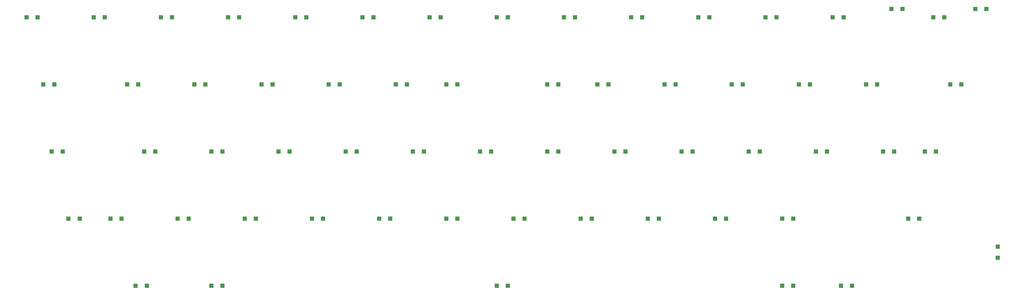
<source format=gtp>
G04 #@! TF.GenerationSoftware,KiCad,Pcbnew,5.1.8*
G04 #@! TF.CreationDate,2020-11-23T09:17:22-05:00*
G04 #@! TF.ProjectId,unix60pcb,756e6978-3630-4706-9362-2e6b69636164,rev?*
G04 #@! TF.SameCoordinates,Original*
G04 #@! TF.FileFunction,Paste,Top*
G04 #@! TF.FilePolarity,Positive*
%FSLAX46Y46*%
G04 Gerber Fmt 4.6, Leading zero omitted, Abs format (unit mm)*
G04 Created by KiCad (PCBNEW 5.1.8) date 2020-11-23 09:17:22*
%MOMM*%
%LPD*%
G01*
G04 APERTURE LIST*
%ADD10R,1.200000X1.200000*%
G04 APERTURE END LIST*
D10*
G04 #@! TO.C,D15*
X280181250Y-11906200D03*
X277031250Y-11906200D03*
G04 #@! TD*
G04 #@! TO.C,D1*
X19856200Y-11906200D03*
X23006200Y-11906200D03*
G04 #@! TD*
G04 #@! TO.C,D2*
X38906200Y-11906200D03*
X42056200Y-11906200D03*
G04 #@! TD*
G04 #@! TO.C,D3*
X57956200Y-11906200D03*
X61106200Y-11906200D03*
G04 #@! TD*
G04 #@! TO.C,D4*
X77006200Y-11906200D03*
X80156200Y-11906200D03*
G04 #@! TD*
G04 #@! TO.C,D5*
X96056200Y-11906200D03*
X99206200Y-11906200D03*
G04 #@! TD*
G04 #@! TO.C,D6*
X118256000Y-11906200D03*
X115106000Y-11906200D03*
G04 #@! TD*
G04 #@! TO.C,D7*
X137306000Y-11906200D03*
X134156000Y-11906200D03*
G04 #@! TD*
G04 #@! TO.C,D8*
X156356000Y-11906200D03*
X153206000Y-11906200D03*
G04 #@! TD*
G04 #@! TO.C,D9*
X172256000Y-11906200D03*
X175406000Y-11906200D03*
G04 #@! TD*
G04 #@! TO.C,D10*
X191306000Y-11906200D03*
X194456000Y-11906200D03*
G04 #@! TD*
G04 #@! TO.C,D11*
X210356000Y-11906200D03*
X213506000Y-11906200D03*
G04 #@! TD*
G04 #@! TO.C,D12*
X229406000Y-11906200D03*
X232556000Y-11906200D03*
G04 #@! TD*
G04 #@! TO.C,D13*
X248456000Y-11906200D03*
X251606000Y-11906200D03*
G04 #@! TD*
G04 #@! TO.C,D14*
X265125000Y-9525000D03*
X268275000Y-9525000D03*
G04 #@! TD*
G04 #@! TO.C,D16*
X292087500Y-9525000D03*
X288937500Y-9525000D03*
G04 #@! TD*
G04 #@! TO.C,D17*
X27768800Y-30956200D03*
X24618800Y-30956200D03*
G04 #@! TD*
G04 #@! TO.C,D18*
X51581200Y-30956200D03*
X48431200Y-30956200D03*
G04 #@! TD*
G04 #@! TO.C,D19*
X70631200Y-30956200D03*
X67481200Y-30956200D03*
G04 #@! TD*
G04 #@! TO.C,D20*
X89681200Y-30956200D03*
X86531200Y-30956200D03*
G04 #@! TD*
G04 #@! TO.C,D21*
X108731000Y-30956200D03*
X105581000Y-30956200D03*
G04 #@! TD*
G04 #@! TO.C,D22*
X127781000Y-30956200D03*
X124631000Y-30956200D03*
G04 #@! TD*
G04 #@! TO.C,D23*
X138919000Y-30956200D03*
X142069000Y-30956200D03*
G04 #@! TD*
G04 #@! TO.C,D24*
X167494000Y-30956200D03*
X170644000Y-30956200D03*
G04 #@! TD*
G04 #@! TO.C,D25*
X181781000Y-30956200D03*
X184931000Y-30956200D03*
G04 #@! TD*
G04 #@! TO.C,D26*
X200831000Y-30956200D03*
X203981000Y-30956200D03*
G04 #@! TD*
G04 #@! TO.C,D27*
X219881000Y-30956200D03*
X223031000Y-30956200D03*
G04 #@! TD*
G04 #@! TO.C,D28*
X238931000Y-30956200D03*
X242081000Y-30956200D03*
G04 #@! TD*
G04 #@! TO.C,D29*
X257981000Y-30956200D03*
X261131000Y-30956200D03*
G04 #@! TD*
G04 #@! TO.C,D30*
X284944000Y-30956200D03*
X281794000Y-30956200D03*
G04 #@! TD*
G04 #@! TO.C,D31*
X30150000Y-50006200D03*
X27000000Y-50006200D03*
G04 #@! TD*
G04 #@! TO.C,D32*
X53193800Y-50006200D03*
X56343800Y-50006200D03*
G04 #@! TD*
G04 #@! TO.C,D33*
X72243800Y-50006200D03*
X75393800Y-50006200D03*
G04 #@! TD*
G04 #@! TO.C,D34*
X94443800Y-50006200D03*
X91293800Y-50006200D03*
G04 #@! TD*
G04 #@! TO.C,D35*
X113494000Y-50006200D03*
X110344000Y-50006200D03*
G04 #@! TD*
G04 #@! TO.C,D36*
X129394000Y-50006200D03*
X132544000Y-50006200D03*
G04 #@! TD*
G04 #@! TO.C,D37*
X151594000Y-50006200D03*
X148444000Y-50006200D03*
G04 #@! TD*
G04 #@! TO.C,D38*
X170644000Y-50006200D03*
X167494000Y-50006200D03*
G04 #@! TD*
G04 #@! TO.C,D39*
X189694000Y-50006200D03*
X186544000Y-50006200D03*
G04 #@! TD*
G04 #@! TO.C,D40*
X208744000Y-50006200D03*
X205594000Y-50006200D03*
G04 #@! TD*
G04 #@! TO.C,D41*
X227794000Y-50006200D03*
X224644000Y-50006200D03*
G04 #@! TD*
G04 #@! TO.C,D42*
X243694000Y-50006200D03*
X246844000Y-50006200D03*
G04 #@! TD*
G04 #@! TO.C,D43*
X262744000Y-50006200D03*
X265894000Y-50006200D03*
G04 #@! TD*
G04 #@! TO.C,D44*
X274650000Y-50006200D03*
X277800000Y-50006200D03*
G04 #@! TD*
G04 #@! TO.C,D45*
X31762500Y-69056200D03*
X34912500Y-69056200D03*
G04 #@! TD*
G04 #@! TO.C,D46*
X43668800Y-69056200D03*
X46818800Y-69056200D03*
G04 #@! TD*
G04 #@! TO.C,D47*
X62718800Y-69056200D03*
X65868800Y-69056200D03*
G04 #@! TD*
G04 #@! TO.C,D48*
X84918800Y-69056200D03*
X81768800Y-69056200D03*
G04 #@! TD*
G04 #@! TO.C,D49*
X103969000Y-69056200D03*
X100819000Y-69056200D03*
G04 #@! TD*
G04 #@! TO.C,D50*
X123019000Y-69056200D03*
X119869000Y-69056200D03*
G04 #@! TD*
G04 #@! TO.C,D51*
X142069000Y-69056200D03*
X138919000Y-69056200D03*
G04 #@! TD*
G04 #@! TO.C,D52*
X161119000Y-69056200D03*
X157969000Y-69056200D03*
G04 #@! TD*
G04 #@! TO.C,D53*
X180169000Y-69056200D03*
X177019000Y-69056200D03*
G04 #@! TD*
G04 #@! TO.C,D54*
X199219000Y-69056200D03*
X196069000Y-69056200D03*
G04 #@! TD*
G04 #@! TO.C,D55*
X218269000Y-69056200D03*
X215119000Y-69056200D03*
G04 #@! TD*
G04 #@! TO.C,D56*
X234169000Y-69056200D03*
X237319000Y-69056200D03*
G04 #@! TD*
G04 #@! TO.C,D57*
X269887000Y-69056200D03*
X273037000Y-69056200D03*
G04 #@! TD*
G04 #@! TO.C,D58*
X295275000Y-80156200D03*
X295275000Y-77006200D03*
G04 #@! TD*
G04 #@! TO.C,D59*
X50812500Y-88106200D03*
X53962500Y-88106200D03*
G04 #@! TD*
G04 #@! TO.C,D60*
X75393800Y-88106200D03*
X72243800Y-88106200D03*
G04 #@! TD*
G04 #@! TO.C,D61*
X156356000Y-88106200D03*
X153206000Y-88106200D03*
G04 #@! TD*
G04 #@! TO.C,D62*
X237319000Y-88106200D03*
X234169000Y-88106200D03*
G04 #@! TD*
G04 #@! TO.C,D63*
X253987000Y-88106200D03*
X250837000Y-88106200D03*
G04 #@! TD*
M02*

</source>
